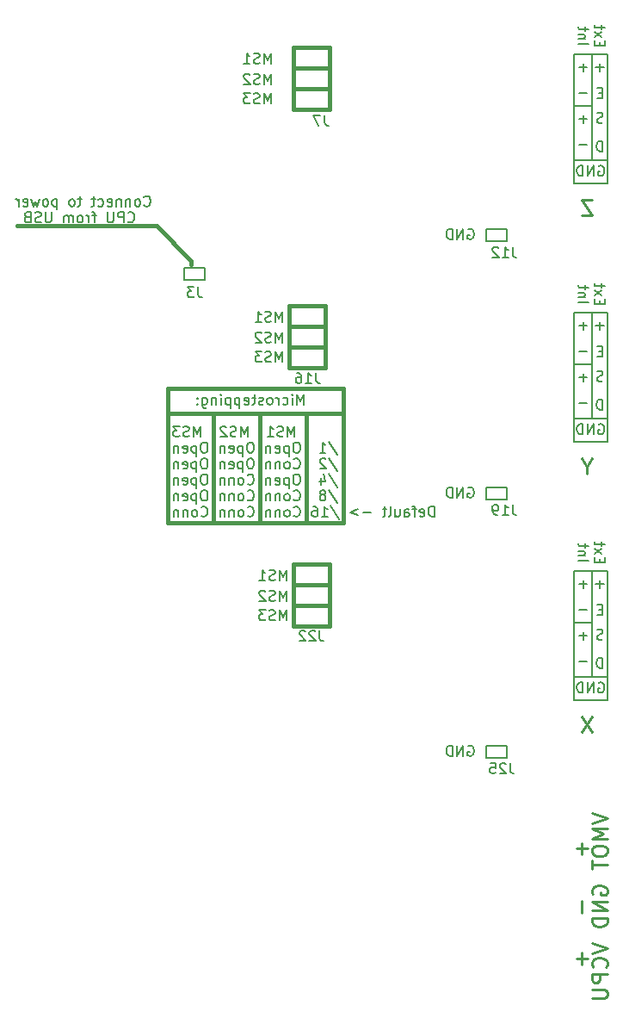
<source format=gbo>
G04 (created by PCBNEW-RS274X (2012-01-19 BZR 3256)-stable) date Sun 31 Aug 2014 14:00:24 CEST*
G01*
G70*
G90*
%MOIN*%
G04 Gerber Fmt 3.4, Leading zero omitted, Abs format*
%FSLAX34Y34*%
G04 APERTURE LIST*
%ADD10C,0.006000*%
%ADD11C,0.010000*%
%ADD12C,0.015000*%
G04 APERTURE END LIST*
G54D10*
G54D11*
X56199Y-26643D02*
X55799Y-26643D01*
X56199Y-27243D01*
X55799Y-27243D01*
G54D10*
X56800Y-21000D02*
X56800Y-26000D01*
X56454Y-25331D02*
X56492Y-25312D01*
X56549Y-25312D01*
X56607Y-25331D01*
X56645Y-25369D01*
X56664Y-25407D01*
X56683Y-25483D01*
X56683Y-25540D01*
X56664Y-25617D01*
X56645Y-25655D01*
X56607Y-25693D01*
X56549Y-25712D01*
X56511Y-25712D01*
X56454Y-25693D01*
X56435Y-25674D01*
X56435Y-25540D01*
X56511Y-25540D01*
X56264Y-25712D02*
X56264Y-25312D01*
X56035Y-25712D01*
X56035Y-25312D01*
X55845Y-25712D02*
X55845Y-25312D01*
X55750Y-25312D01*
X55692Y-25331D01*
X55654Y-25369D01*
X55635Y-25407D01*
X55616Y-25483D01*
X55616Y-25540D01*
X55635Y-25617D01*
X55654Y-25655D01*
X55692Y-25693D01*
X55750Y-25712D01*
X55845Y-25712D01*
X56605Y-24762D02*
X56605Y-24362D01*
X56510Y-24362D01*
X56452Y-24381D01*
X56414Y-24419D01*
X56395Y-24457D01*
X56376Y-24533D01*
X56376Y-24590D01*
X56395Y-24667D01*
X56414Y-24705D01*
X56452Y-24743D01*
X56510Y-24762D01*
X56605Y-24762D01*
X56614Y-23643D02*
X56557Y-23662D01*
X56461Y-23662D01*
X56423Y-23643D01*
X56404Y-23624D01*
X56385Y-23586D01*
X56385Y-23548D01*
X56404Y-23510D01*
X56423Y-23490D01*
X56461Y-23471D01*
X56538Y-23452D01*
X56576Y-23433D01*
X56595Y-23414D01*
X56614Y-23376D01*
X56614Y-23338D01*
X56595Y-23300D01*
X56576Y-23281D01*
X56538Y-23262D01*
X56442Y-23262D01*
X56385Y-23281D01*
X56200Y-22100D02*
X56200Y-25100D01*
X55500Y-22100D02*
X55500Y-25100D01*
X55698Y-21510D02*
X56003Y-21510D01*
X55851Y-21662D02*
X55851Y-21357D01*
X56200Y-22100D02*
X56200Y-21000D01*
X56200Y-21000D02*
X56800Y-21000D01*
X55500Y-21000D02*
X55500Y-22100D01*
X56586Y-22502D02*
X56452Y-22502D01*
X56395Y-22712D02*
X56586Y-22712D01*
X56586Y-22312D01*
X56395Y-22312D01*
X56348Y-21510D02*
X56653Y-21510D01*
X56501Y-21662D02*
X56501Y-21357D01*
X56498Y-20662D02*
X56498Y-20528D01*
X56288Y-20471D02*
X56288Y-20662D01*
X56688Y-20662D01*
X56688Y-20471D01*
X56288Y-20338D02*
X56555Y-20128D01*
X56555Y-20338D02*
X56288Y-20128D01*
X56555Y-20033D02*
X56555Y-19881D01*
X56688Y-19976D02*
X56345Y-19976D01*
X56307Y-19957D01*
X56288Y-19919D01*
X56288Y-19881D01*
X55668Y-20595D02*
X56068Y-20595D01*
X55935Y-20405D02*
X55668Y-20405D01*
X55897Y-20405D02*
X55916Y-20386D01*
X55935Y-20348D01*
X55935Y-20290D01*
X55916Y-20252D01*
X55878Y-20233D01*
X55668Y-20233D01*
X55935Y-20100D02*
X55935Y-19948D01*
X56068Y-20043D02*
X55725Y-20043D01*
X55687Y-20024D01*
X55668Y-19986D01*
X55668Y-19948D01*
X55500Y-21000D02*
X56200Y-21000D01*
X55500Y-25100D02*
X55500Y-26000D01*
X55500Y-26000D02*
X56800Y-26000D01*
X56800Y-25100D02*
X55500Y-25100D01*
X55698Y-22510D02*
X56003Y-22510D01*
X56200Y-23000D02*
X55500Y-23000D01*
X55698Y-24510D02*
X56003Y-24510D01*
X55698Y-23510D02*
X56003Y-23510D01*
X55851Y-23662D02*
X55851Y-23357D01*
X55698Y-43510D02*
X56003Y-43510D01*
X55851Y-43662D02*
X55851Y-43357D01*
X55698Y-44510D02*
X56003Y-44510D01*
X56200Y-43000D02*
X55500Y-43000D01*
X55698Y-42510D02*
X56003Y-42510D01*
X56800Y-45100D02*
X55500Y-45100D01*
X55500Y-46000D02*
X56800Y-46000D01*
X55500Y-45100D02*
X55500Y-46000D01*
X55500Y-41000D02*
X56200Y-41000D01*
X56498Y-40662D02*
X56498Y-40528D01*
X56288Y-40471D02*
X56288Y-40662D01*
X56688Y-40662D01*
X56688Y-40471D01*
X56288Y-40338D02*
X56555Y-40128D01*
X56555Y-40338D02*
X56288Y-40128D01*
X56555Y-40033D02*
X56555Y-39881D01*
X56688Y-39976D02*
X56345Y-39976D01*
X56307Y-39957D01*
X56288Y-39919D01*
X56288Y-39881D01*
X55668Y-40595D02*
X56068Y-40595D01*
X55935Y-40405D02*
X55668Y-40405D01*
X55897Y-40405D02*
X55916Y-40386D01*
X55935Y-40348D01*
X55935Y-40290D01*
X55916Y-40252D01*
X55878Y-40233D01*
X55668Y-40233D01*
X55935Y-40100D02*
X55935Y-39948D01*
X56068Y-40043D02*
X55725Y-40043D01*
X55687Y-40024D01*
X55668Y-39986D01*
X55668Y-39948D01*
X56348Y-41510D02*
X56653Y-41510D01*
X56501Y-41662D02*
X56501Y-41357D01*
X56586Y-42502D02*
X56452Y-42502D01*
X56395Y-42712D02*
X56586Y-42712D01*
X56586Y-42312D01*
X56395Y-42312D01*
X55500Y-41000D02*
X55500Y-42100D01*
X56200Y-41000D02*
X56800Y-41000D01*
X56200Y-42100D02*
X56200Y-41000D01*
X55698Y-41510D02*
X56003Y-41510D01*
X55851Y-41662D02*
X55851Y-41357D01*
X55500Y-42100D02*
X55500Y-45100D01*
X56200Y-42100D02*
X56200Y-45100D01*
X56614Y-43643D02*
X56557Y-43662D01*
X56461Y-43662D01*
X56423Y-43643D01*
X56404Y-43624D01*
X56385Y-43586D01*
X56385Y-43548D01*
X56404Y-43510D01*
X56423Y-43490D01*
X56461Y-43471D01*
X56538Y-43452D01*
X56576Y-43433D01*
X56595Y-43414D01*
X56614Y-43376D01*
X56614Y-43338D01*
X56595Y-43300D01*
X56576Y-43281D01*
X56538Y-43262D01*
X56442Y-43262D01*
X56385Y-43281D01*
X56605Y-44762D02*
X56605Y-44362D01*
X56510Y-44362D01*
X56452Y-44381D01*
X56414Y-44419D01*
X56395Y-44457D01*
X56376Y-44533D01*
X56376Y-44590D01*
X56395Y-44667D01*
X56414Y-44705D01*
X56452Y-44743D01*
X56510Y-44762D01*
X56605Y-44762D01*
X56454Y-45331D02*
X56492Y-45312D01*
X56549Y-45312D01*
X56607Y-45331D01*
X56645Y-45369D01*
X56664Y-45407D01*
X56683Y-45483D01*
X56683Y-45540D01*
X56664Y-45617D01*
X56645Y-45655D01*
X56607Y-45693D01*
X56549Y-45712D01*
X56511Y-45712D01*
X56454Y-45693D01*
X56435Y-45674D01*
X56435Y-45540D01*
X56511Y-45540D01*
X56264Y-45712D02*
X56264Y-45312D01*
X56035Y-45712D01*
X56035Y-45312D01*
X55845Y-45712D02*
X55845Y-45312D01*
X55750Y-45312D01*
X55692Y-45331D01*
X55654Y-45369D01*
X55635Y-45407D01*
X55616Y-45483D01*
X55616Y-45540D01*
X55635Y-45617D01*
X55654Y-45655D01*
X55692Y-45693D01*
X55750Y-45712D01*
X55845Y-45712D01*
X56800Y-41000D02*
X56800Y-46000D01*
G54D11*
X56199Y-46643D02*
X55799Y-47243D01*
X55799Y-46643D02*
X56199Y-47243D01*
X56000Y-36957D02*
X56000Y-37243D01*
X56200Y-36643D02*
X56000Y-36957D01*
X55800Y-36643D01*
G54D10*
X56800Y-31000D02*
X56800Y-36000D01*
X56454Y-35331D02*
X56492Y-35312D01*
X56549Y-35312D01*
X56607Y-35331D01*
X56645Y-35369D01*
X56664Y-35407D01*
X56683Y-35483D01*
X56683Y-35540D01*
X56664Y-35617D01*
X56645Y-35655D01*
X56607Y-35693D01*
X56549Y-35712D01*
X56511Y-35712D01*
X56454Y-35693D01*
X56435Y-35674D01*
X56435Y-35540D01*
X56511Y-35540D01*
X56264Y-35712D02*
X56264Y-35312D01*
X56035Y-35712D01*
X56035Y-35312D01*
X55845Y-35712D02*
X55845Y-35312D01*
X55750Y-35312D01*
X55692Y-35331D01*
X55654Y-35369D01*
X55635Y-35407D01*
X55616Y-35483D01*
X55616Y-35540D01*
X55635Y-35617D01*
X55654Y-35655D01*
X55692Y-35693D01*
X55750Y-35712D01*
X55845Y-35712D01*
X56605Y-34762D02*
X56605Y-34362D01*
X56510Y-34362D01*
X56452Y-34381D01*
X56414Y-34419D01*
X56395Y-34457D01*
X56376Y-34533D01*
X56376Y-34590D01*
X56395Y-34667D01*
X56414Y-34705D01*
X56452Y-34743D01*
X56510Y-34762D01*
X56605Y-34762D01*
X56614Y-33643D02*
X56557Y-33662D01*
X56461Y-33662D01*
X56423Y-33643D01*
X56404Y-33624D01*
X56385Y-33586D01*
X56385Y-33548D01*
X56404Y-33510D01*
X56423Y-33490D01*
X56461Y-33471D01*
X56538Y-33452D01*
X56576Y-33433D01*
X56595Y-33414D01*
X56614Y-33376D01*
X56614Y-33338D01*
X56595Y-33300D01*
X56576Y-33281D01*
X56538Y-33262D01*
X56442Y-33262D01*
X56385Y-33281D01*
X56200Y-32100D02*
X56200Y-35100D01*
X55500Y-32100D02*
X55500Y-35100D01*
X55698Y-31510D02*
X56003Y-31510D01*
X55851Y-31662D02*
X55851Y-31357D01*
X56200Y-32100D02*
X56200Y-31000D01*
X56200Y-31000D02*
X56800Y-31000D01*
X55500Y-31000D02*
X55500Y-32100D01*
X56586Y-32502D02*
X56452Y-32502D01*
X56395Y-32712D02*
X56586Y-32712D01*
X56586Y-32312D01*
X56395Y-32312D01*
X56348Y-31510D02*
X56653Y-31510D01*
X56501Y-31662D02*
X56501Y-31357D01*
X56498Y-30662D02*
X56498Y-30528D01*
X56288Y-30471D02*
X56288Y-30662D01*
X56688Y-30662D01*
X56688Y-30471D01*
X56288Y-30338D02*
X56555Y-30128D01*
X56555Y-30338D02*
X56288Y-30128D01*
X56555Y-30033D02*
X56555Y-29881D01*
X56688Y-29976D02*
X56345Y-29976D01*
X56307Y-29957D01*
X56288Y-29919D01*
X56288Y-29881D01*
X55668Y-30595D02*
X56068Y-30595D01*
X55935Y-30405D02*
X55668Y-30405D01*
X55897Y-30405D02*
X55916Y-30386D01*
X55935Y-30348D01*
X55935Y-30290D01*
X55916Y-30252D01*
X55878Y-30233D01*
X55668Y-30233D01*
X55935Y-30100D02*
X55935Y-29948D01*
X56068Y-30043D02*
X55725Y-30043D01*
X55687Y-30024D01*
X55668Y-29986D01*
X55668Y-29948D01*
X55500Y-31000D02*
X56200Y-31000D01*
X55500Y-35100D02*
X55500Y-36000D01*
X55500Y-36000D02*
X56800Y-36000D01*
X56800Y-35100D02*
X55500Y-35100D01*
X55698Y-32510D02*
X56003Y-32510D01*
X56200Y-33000D02*
X55500Y-33000D01*
X55698Y-34510D02*
X56003Y-34510D01*
X55698Y-33510D02*
X56003Y-33510D01*
X55851Y-33662D02*
X55851Y-33357D01*
G54D11*
X55814Y-56228D02*
X55814Y-55771D01*
X56043Y-56000D02*
X55586Y-56000D01*
X55814Y-54228D02*
X55814Y-53771D01*
X56193Y-50371D02*
X56793Y-50571D01*
X56193Y-50771D01*
X56793Y-50971D02*
X56193Y-50971D01*
X56621Y-51171D01*
X56193Y-51371D01*
X56793Y-51371D01*
X56193Y-51771D02*
X56193Y-51885D01*
X56221Y-51943D01*
X56279Y-52000D01*
X56393Y-52028D01*
X56593Y-52028D01*
X56707Y-52000D01*
X56764Y-51943D01*
X56793Y-51885D01*
X56793Y-51771D01*
X56764Y-51714D01*
X56707Y-51657D01*
X56593Y-51628D01*
X56393Y-51628D01*
X56279Y-51657D01*
X56221Y-51714D01*
X56193Y-51771D01*
X56193Y-52200D02*
X56193Y-52543D01*
X56793Y-52372D02*
X56193Y-52372D01*
X56221Y-53514D02*
X56193Y-53457D01*
X56193Y-53371D01*
X56221Y-53286D01*
X56279Y-53228D01*
X56336Y-53200D01*
X56450Y-53171D01*
X56536Y-53171D01*
X56650Y-53200D01*
X56707Y-53228D01*
X56764Y-53286D01*
X56793Y-53371D01*
X56793Y-53428D01*
X56764Y-53514D01*
X56736Y-53543D01*
X56536Y-53543D01*
X56536Y-53428D01*
X56793Y-53800D02*
X56193Y-53800D01*
X56793Y-54143D01*
X56193Y-54143D01*
X56793Y-54429D02*
X56193Y-54429D01*
X56193Y-54572D01*
X56221Y-54657D01*
X56279Y-54715D01*
X56336Y-54743D01*
X56450Y-54772D01*
X56536Y-54772D01*
X56650Y-54743D01*
X56707Y-54715D01*
X56764Y-54657D01*
X56793Y-54572D01*
X56793Y-54429D01*
X56193Y-55400D02*
X56793Y-55600D01*
X56193Y-55800D01*
X56736Y-56343D02*
X56764Y-56314D01*
X56793Y-56228D01*
X56793Y-56171D01*
X56764Y-56086D01*
X56707Y-56028D01*
X56650Y-56000D01*
X56536Y-55971D01*
X56450Y-55971D01*
X56336Y-56000D01*
X56279Y-56028D01*
X56221Y-56086D01*
X56193Y-56171D01*
X56193Y-56228D01*
X56221Y-56314D01*
X56250Y-56343D01*
X56793Y-56600D02*
X56193Y-56600D01*
X56193Y-56828D01*
X56221Y-56886D01*
X56250Y-56914D01*
X56307Y-56943D01*
X56393Y-56943D01*
X56450Y-56914D01*
X56479Y-56886D01*
X56507Y-56828D01*
X56507Y-56600D01*
X56193Y-57200D02*
X56679Y-57200D01*
X56736Y-57228D01*
X56764Y-57257D01*
X56793Y-57314D01*
X56793Y-57428D01*
X56764Y-57486D01*
X56736Y-57514D01*
X56679Y-57543D01*
X56193Y-57543D01*
X55814Y-51978D02*
X55814Y-51521D01*
X56043Y-51750D02*
X55586Y-51750D01*
G54D10*
X50085Y-38887D02*
X50085Y-38487D01*
X49990Y-38487D01*
X49932Y-38506D01*
X49894Y-38544D01*
X49875Y-38582D01*
X49856Y-38658D01*
X49856Y-38715D01*
X49875Y-38792D01*
X49894Y-38830D01*
X49932Y-38868D01*
X49990Y-38887D01*
X50085Y-38887D01*
X49532Y-38868D02*
X49570Y-38887D01*
X49647Y-38887D01*
X49685Y-38868D01*
X49704Y-38830D01*
X49704Y-38677D01*
X49685Y-38639D01*
X49647Y-38620D01*
X49570Y-38620D01*
X49532Y-38639D01*
X49513Y-38677D01*
X49513Y-38715D01*
X49704Y-38754D01*
X49399Y-38620D02*
X49247Y-38620D01*
X49342Y-38887D02*
X49342Y-38544D01*
X49323Y-38506D01*
X49285Y-38487D01*
X49247Y-38487D01*
X48941Y-38887D02*
X48941Y-38677D01*
X48960Y-38639D01*
X48998Y-38620D01*
X49075Y-38620D01*
X49113Y-38639D01*
X48941Y-38868D02*
X48979Y-38887D01*
X49075Y-38887D01*
X49113Y-38868D01*
X49132Y-38830D01*
X49132Y-38792D01*
X49113Y-38754D01*
X49075Y-38735D01*
X48979Y-38735D01*
X48941Y-38715D01*
X48579Y-38620D02*
X48579Y-38887D01*
X48751Y-38620D02*
X48751Y-38830D01*
X48732Y-38868D01*
X48694Y-38887D01*
X48636Y-38887D01*
X48598Y-38868D01*
X48579Y-38849D01*
X48332Y-38887D02*
X48370Y-38868D01*
X48389Y-38830D01*
X48389Y-38487D01*
X48236Y-38620D02*
X48084Y-38620D01*
X48179Y-38487D02*
X48179Y-38830D01*
X48160Y-38868D01*
X48122Y-38887D01*
X48084Y-38887D01*
X47645Y-38735D02*
X47340Y-38735D01*
X47150Y-38620D02*
X46845Y-38735D01*
X47150Y-38849D01*
X51395Y-27781D02*
X51433Y-27762D01*
X51490Y-27762D01*
X51548Y-27781D01*
X51586Y-27819D01*
X51605Y-27857D01*
X51624Y-27933D01*
X51624Y-27990D01*
X51605Y-28067D01*
X51586Y-28105D01*
X51548Y-28143D01*
X51490Y-28162D01*
X51452Y-28162D01*
X51395Y-28143D01*
X51376Y-28124D01*
X51376Y-27990D01*
X51452Y-27990D01*
X51205Y-28162D02*
X51205Y-27762D01*
X50976Y-28162D01*
X50976Y-27762D01*
X50786Y-28162D02*
X50786Y-27762D01*
X50691Y-27762D01*
X50633Y-27781D01*
X50595Y-27819D01*
X50576Y-27857D01*
X50557Y-27933D01*
X50557Y-27990D01*
X50576Y-28067D01*
X50595Y-28105D01*
X50633Y-28143D01*
X50691Y-28162D01*
X50786Y-28162D01*
X51395Y-47781D02*
X51433Y-47762D01*
X51490Y-47762D01*
X51548Y-47781D01*
X51586Y-47819D01*
X51605Y-47857D01*
X51624Y-47933D01*
X51624Y-47990D01*
X51605Y-48067D01*
X51586Y-48105D01*
X51548Y-48143D01*
X51490Y-48162D01*
X51452Y-48162D01*
X51395Y-48143D01*
X51376Y-48124D01*
X51376Y-47990D01*
X51452Y-47990D01*
X51205Y-48162D02*
X51205Y-47762D01*
X50976Y-48162D01*
X50976Y-47762D01*
X50786Y-48162D02*
X50786Y-47762D01*
X50691Y-47762D01*
X50633Y-47781D01*
X50595Y-47819D01*
X50576Y-47857D01*
X50557Y-47933D01*
X50557Y-47990D01*
X50576Y-48067D01*
X50595Y-48105D01*
X50633Y-48143D01*
X50691Y-48162D01*
X50786Y-48162D01*
X51395Y-37781D02*
X51433Y-37762D01*
X51490Y-37762D01*
X51548Y-37781D01*
X51586Y-37819D01*
X51605Y-37857D01*
X51624Y-37933D01*
X51624Y-37990D01*
X51605Y-38067D01*
X51586Y-38105D01*
X51548Y-38143D01*
X51490Y-38162D01*
X51452Y-38162D01*
X51395Y-38143D01*
X51376Y-38124D01*
X51376Y-37990D01*
X51452Y-37990D01*
X51205Y-38162D02*
X51205Y-37762D01*
X50976Y-38162D01*
X50976Y-37762D01*
X50786Y-38162D02*
X50786Y-37762D01*
X50691Y-37762D01*
X50633Y-37781D01*
X50595Y-37819D01*
X50576Y-37857D01*
X50557Y-37933D01*
X50557Y-37990D01*
X50576Y-38067D01*
X50595Y-38105D01*
X50633Y-38143D01*
X50691Y-38162D01*
X50786Y-38162D01*
G54D12*
X40675Y-29000D02*
X40675Y-29125D01*
X39325Y-27650D02*
X40675Y-29000D01*
X33950Y-27650D02*
X39325Y-27650D01*
G54D10*
X38846Y-26849D02*
X38865Y-26868D01*
X38922Y-26887D01*
X38960Y-26887D01*
X39018Y-26868D01*
X39056Y-26830D01*
X39075Y-26792D01*
X39094Y-26715D01*
X39094Y-26658D01*
X39075Y-26582D01*
X39056Y-26544D01*
X39018Y-26506D01*
X38960Y-26487D01*
X38922Y-26487D01*
X38865Y-26506D01*
X38846Y-26525D01*
X38618Y-26887D02*
X38656Y-26868D01*
X38675Y-26849D01*
X38694Y-26811D01*
X38694Y-26696D01*
X38675Y-26658D01*
X38656Y-26639D01*
X38618Y-26620D01*
X38560Y-26620D01*
X38522Y-26639D01*
X38503Y-26658D01*
X38484Y-26696D01*
X38484Y-26811D01*
X38503Y-26849D01*
X38522Y-26868D01*
X38560Y-26887D01*
X38618Y-26887D01*
X38313Y-26620D02*
X38313Y-26887D01*
X38313Y-26658D02*
X38294Y-26639D01*
X38256Y-26620D01*
X38198Y-26620D01*
X38160Y-26639D01*
X38141Y-26677D01*
X38141Y-26887D01*
X37951Y-26620D02*
X37951Y-26887D01*
X37951Y-26658D02*
X37932Y-26639D01*
X37894Y-26620D01*
X37836Y-26620D01*
X37798Y-26639D01*
X37779Y-26677D01*
X37779Y-26887D01*
X37436Y-26868D02*
X37474Y-26887D01*
X37551Y-26887D01*
X37589Y-26868D01*
X37608Y-26830D01*
X37608Y-26677D01*
X37589Y-26639D01*
X37551Y-26620D01*
X37474Y-26620D01*
X37436Y-26639D01*
X37417Y-26677D01*
X37417Y-26715D01*
X37608Y-26754D01*
X37074Y-26868D02*
X37112Y-26887D01*
X37189Y-26887D01*
X37227Y-26868D01*
X37246Y-26849D01*
X37265Y-26811D01*
X37265Y-26696D01*
X37246Y-26658D01*
X37227Y-26639D01*
X37189Y-26620D01*
X37112Y-26620D01*
X37074Y-26639D01*
X36960Y-26620D02*
X36808Y-26620D01*
X36903Y-26487D02*
X36903Y-26830D01*
X36884Y-26868D01*
X36846Y-26887D01*
X36808Y-26887D01*
X36426Y-26620D02*
X36274Y-26620D01*
X36369Y-26487D02*
X36369Y-26830D01*
X36350Y-26868D01*
X36312Y-26887D01*
X36274Y-26887D01*
X36083Y-26887D02*
X36121Y-26868D01*
X36140Y-26849D01*
X36159Y-26811D01*
X36159Y-26696D01*
X36140Y-26658D01*
X36121Y-26639D01*
X36083Y-26620D01*
X36025Y-26620D01*
X35987Y-26639D01*
X35968Y-26658D01*
X35949Y-26696D01*
X35949Y-26811D01*
X35968Y-26849D01*
X35987Y-26868D01*
X36025Y-26887D01*
X36083Y-26887D01*
X35473Y-26620D02*
X35473Y-27020D01*
X35473Y-26639D02*
X35435Y-26620D01*
X35358Y-26620D01*
X35320Y-26639D01*
X35301Y-26658D01*
X35282Y-26696D01*
X35282Y-26811D01*
X35301Y-26849D01*
X35320Y-26868D01*
X35358Y-26887D01*
X35435Y-26887D01*
X35473Y-26868D01*
X35054Y-26887D02*
X35092Y-26868D01*
X35111Y-26849D01*
X35130Y-26811D01*
X35130Y-26696D01*
X35111Y-26658D01*
X35092Y-26639D01*
X35054Y-26620D01*
X34996Y-26620D01*
X34958Y-26639D01*
X34939Y-26658D01*
X34920Y-26696D01*
X34920Y-26811D01*
X34939Y-26849D01*
X34958Y-26868D01*
X34996Y-26887D01*
X35054Y-26887D01*
X34787Y-26620D02*
X34711Y-26887D01*
X34634Y-26696D01*
X34558Y-26887D01*
X34482Y-26620D01*
X34177Y-26868D02*
X34215Y-26887D01*
X34292Y-26887D01*
X34330Y-26868D01*
X34349Y-26830D01*
X34349Y-26677D01*
X34330Y-26639D01*
X34292Y-26620D01*
X34215Y-26620D01*
X34177Y-26639D01*
X34158Y-26677D01*
X34158Y-26715D01*
X34349Y-26754D01*
X33987Y-26887D02*
X33987Y-26620D01*
X33987Y-26696D02*
X33968Y-26658D01*
X33949Y-26639D01*
X33911Y-26620D01*
X33872Y-26620D01*
X38226Y-27469D02*
X38245Y-27488D01*
X38302Y-27507D01*
X38340Y-27507D01*
X38398Y-27488D01*
X38436Y-27450D01*
X38455Y-27412D01*
X38474Y-27335D01*
X38474Y-27278D01*
X38455Y-27202D01*
X38436Y-27164D01*
X38398Y-27126D01*
X38340Y-27107D01*
X38302Y-27107D01*
X38245Y-27126D01*
X38226Y-27145D01*
X38055Y-27507D02*
X38055Y-27107D01*
X37902Y-27107D01*
X37864Y-27126D01*
X37845Y-27145D01*
X37826Y-27183D01*
X37826Y-27240D01*
X37845Y-27278D01*
X37864Y-27297D01*
X37902Y-27316D01*
X38055Y-27316D01*
X37655Y-27107D02*
X37655Y-27431D01*
X37636Y-27469D01*
X37617Y-27488D01*
X37579Y-27507D01*
X37502Y-27507D01*
X37464Y-27488D01*
X37445Y-27469D01*
X37426Y-27431D01*
X37426Y-27107D01*
X36988Y-27240D02*
X36836Y-27240D01*
X36931Y-27507D02*
X36931Y-27164D01*
X36912Y-27126D01*
X36874Y-27107D01*
X36836Y-27107D01*
X36702Y-27507D02*
X36702Y-27240D01*
X36702Y-27316D02*
X36683Y-27278D01*
X36664Y-27259D01*
X36626Y-27240D01*
X36587Y-27240D01*
X36397Y-27507D02*
X36435Y-27488D01*
X36454Y-27469D01*
X36473Y-27431D01*
X36473Y-27316D01*
X36454Y-27278D01*
X36435Y-27259D01*
X36397Y-27240D01*
X36339Y-27240D01*
X36301Y-27259D01*
X36282Y-27278D01*
X36263Y-27316D01*
X36263Y-27431D01*
X36282Y-27469D01*
X36301Y-27488D01*
X36339Y-27507D01*
X36397Y-27507D01*
X36092Y-27507D02*
X36092Y-27240D01*
X36092Y-27278D02*
X36073Y-27259D01*
X36035Y-27240D01*
X35977Y-27240D01*
X35939Y-27259D01*
X35920Y-27297D01*
X35920Y-27507D01*
X35920Y-27297D02*
X35901Y-27259D01*
X35863Y-27240D01*
X35806Y-27240D01*
X35768Y-27259D01*
X35749Y-27297D01*
X35749Y-27507D01*
X35254Y-27107D02*
X35254Y-27431D01*
X35235Y-27469D01*
X35216Y-27488D01*
X35178Y-27507D01*
X35101Y-27507D01*
X35063Y-27488D01*
X35044Y-27469D01*
X35025Y-27431D01*
X35025Y-27107D01*
X34854Y-27488D02*
X34797Y-27507D01*
X34701Y-27507D01*
X34663Y-27488D01*
X34644Y-27469D01*
X34625Y-27431D01*
X34625Y-27393D01*
X34644Y-27355D01*
X34663Y-27335D01*
X34701Y-27316D01*
X34778Y-27297D01*
X34816Y-27278D01*
X34835Y-27259D01*
X34854Y-27221D01*
X34854Y-27183D01*
X34835Y-27145D01*
X34816Y-27126D01*
X34778Y-27107D01*
X34682Y-27107D01*
X34625Y-27126D01*
X34320Y-27297D02*
X34263Y-27316D01*
X34244Y-27335D01*
X34225Y-27374D01*
X34225Y-27431D01*
X34244Y-27469D01*
X34263Y-27488D01*
X34301Y-27507D01*
X34454Y-27507D01*
X34454Y-27107D01*
X34320Y-27107D01*
X34282Y-27126D01*
X34263Y-27145D01*
X34244Y-27183D01*
X34244Y-27221D01*
X34263Y-27259D01*
X34282Y-27278D01*
X34320Y-27297D01*
X34454Y-27297D01*
X44355Y-41362D02*
X44355Y-40962D01*
X44221Y-41248D01*
X44088Y-40962D01*
X44088Y-41362D01*
X43917Y-41343D02*
X43860Y-41362D01*
X43764Y-41362D01*
X43726Y-41343D01*
X43707Y-41324D01*
X43688Y-41286D01*
X43688Y-41248D01*
X43707Y-41210D01*
X43726Y-41190D01*
X43764Y-41171D01*
X43841Y-41152D01*
X43879Y-41133D01*
X43898Y-41114D01*
X43917Y-41076D01*
X43917Y-41038D01*
X43898Y-41000D01*
X43879Y-40981D01*
X43841Y-40962D01*
X43745Y-40962D01*
X43688Y-40981D01*
X43307Y-41362D02*
X43536Y-41362D01*
X43422Y-41362D02*
X43422Y-40962D01*
X43460Y-41019D01*
X43498Y-41057D01*
X43536Y-41076D01*
X44355Y-42162D02*
X44355Y-41762D01*
X44221Y-42048D01*
X44088Y-41762D01*
X44088Y-42162D01*
X43917Y-42143D02*
X43860Y-42162D01*
X43764Y-42162D01*
X43726Y-42143D01*
X43707Y-42124D01*
X43688Y-42086D01*
X43688Y-42048D01*
X43707Y-42010D01*
X43726Y-41990D01*
X43764Y-41971D01*
X43841Y-41952D01*
X43879Y-41933D01*
X43898Y-41914D01*
X43917Y-41876D01*
X43917Y-41838D01*
X43898Y-41800D01*
X43879Y-41781D01*
X43841Y-41762D01*
X43745Y-41762D01*
X43688Y-41781D01*
X43536Y-41800D02*
X43517Y-41781D01*
X43479Y-41762D01*
X43383Y-41762D01*
X43345Y-41781D01*
X43326Y-41800D01*
X43307Y-41838D01*
X43307Y-41876D01*
X43326Y-41933D01*
X43555Y-42162D01*
X43307Y-42162D01*
X44355Y-42912D02*
X44355Y-42512D01*
X44221Y-42798D01*
X44088Y-42512D01*
X44088Y-42912D01*
X43917Y-42893D02*
X43860Y-42912D01*
X43764Y-42912D01*
X43726Y-42893D01*
X43707Y-42874D01*
X43688Y-42836D01*
X43688Y-42798D01*
X43707Y-42760D01*
X43726Y-42740D01*
X43764Y-42721D01*
X43841Y-42702D01*
X43879Y-42683D01*
X43898Y-42664D01*
X43917Y-42626D01*
X43917Y-42588D01*
X43898Y-42550D01*
X43879Y-42531D01*
X43841Y-42512D01*
X43745Y-42512D01*
X43688Y-42531D01*
X43555Y-42512D02*
X43307Y-42512D01*
X43441Y-42664D01*
X43383Y-42664D01*
X43345Y-42683D01*
X43326Y-42702D01*
X43307Y-42740D01*
X43307Y-42836D01*
X43326Y-42874D01*
X43345Y-42893D01*
X43383Y-42912D01*
X43498Y-42912D01*
X43536Y-42893D01*
X43555Y-42874D01*
X43755Y-21362D02*
X43755Y-20962D01*
X43621Y-21248D01*
X43488Y-20962D01*
X43488Y-21362D01*
X43317Y-21343D02*
X43260Y-21362D01*
X43164Y-21362D01*
X43126Y-21343D01*
X43107Y-21324D01*
X43088Y-21286D01*
X43088Y-21248D01*
X43107Y-21210D01*
X43126Y-21190D01*
X43164Y-21171D01*
X43241Y-21152D01*
X43279Y-21133D01*
X43298Y-21114D01*
X43317Y-21076D01*
X43317Y-21038D01*
X43298Y-21000D01*
X43279Y-20981D01*
X43241Y-20962D01*
X43145Y-20962D01*
X43088Y-20981D01*
X42707Y-21362D02*
X42936Y-21362D01*
X42822Y-21362D02*
X42822Y-20962D01*
X42860Y-21019D01*
X42898Y-21057D01*
X42936Y-21076D01*
X43755Y-22162D02*
X43755Y-21762D01*
X43621Y-22048D01*
X43488Y-21762D01*
X43488Y-22162D01*
X43317Y-22143D02*
X43260Y-22162D01*
X43164Y-22162D01*
X43126Y-22143D01*
X43107Y-22124D01*
X43088Y-22086D01*
X43088Y-22048D01*
X43107Y-22010D01*
X43126Y-21990D01*
X43164Y-21971D01*
X43241Y-21952D01*
X43279Y-21933D01*
X43298Y-21914D01*
X43317Y-21876D01*
X43317Y-21838D01*
X43298Y-21800D01*
X43279Y-21781D01*
X43241Y-21762D01*
X43145Y-21762D01*
X43088Y-21781D01*
X42936Y-21800D02*
X42917Y-21781D01*
X42879Y-21762D01*
X42783Y-21762D01*
X42745Y-21781D01*
X42726Y-21800D01*
X42707Y-21838D01*
X42707Y-21876D01*
X42726Y-21933D01*
X42955Y-22162D01*
X42707Y-22162D01*
X43755Y-22912D02*
X43755Y-22512D01*
X43621Y-22798D01*
X43488Y-22512D01*
X43488Y-22912D01*
X43317Y-22893D02*
X43260Y-22912D01*
X43164Y-22912D01*
X43126Y-22893D01*
X43107Y-22874D01*
X43088Y-22836D01*
X43088Y-22798D01*
X43107Y-22760D01*
X43126Y-22740D01*
X43164Y-22721D01*
X43241Y-22702D01*
X43279Y-22683D01*
X43298Y-22664D01*
X43317Y-22626D01*
X43317Y-22588D01*
X43298Y-22550D01*
X43279Y-22531D01*
X43241Y-22512D01*
X43145Y-22512D01*
X43088Y-22531D01*
X42955Y-22512D02*
X42707Y-22512D01*
X42841Y-22664D01*
X42783Y-22664D01*
X42745Y-22683D01*
X42726Y-22702D01*
X42707Y-22740D01*
X42707Y-22836D01*
X42726Y-22874D01*
X42745Y-22893D01*
X42783Y-22912D01*
X42898Y-22912D01*
X42936Y-22893D01*
X42955Y-22874D01*
X44205Y-32912D02*
X44205Y-32512D01*
X44071Y-32798D01*
X43938Y-32512D01*
X43938Y-32912D01*
X43767Y-32893D02*
X43710Y-32912D01*
X43614Y-32912D01*
X43576Y-32893D01*
X43557Y-32874D01*
X43538Y-32836D01*
X43538Y-32798D01*
X43557Y-32760D01*
X43576Y-32740D01*
X43614Y-32721D01*
X43691Y-32702D01*
X43729Y-32683D01*
X43748Y-32664D01*
X43767Y-32626D01*
X43767Y-32588D01*
X43748Y-32550D01*
X43729Y-32531D01*
X43691Y-32512D01*
X43595Y-32512D01*
X43538Y-32531D01*
X43405Y-32512D02*
X43157Y-32512D01*
X43291Y-32664D01*
X43233Y-32664D01*
X43195Y-32683D01*
X43176Y-32702D01*
X43157Y-32740D01*
X43157Y-32836D01*
X43176Y-32874D01*
X43195Y-32893D01*
X43233Y-32912D01*
X43348Y-32912D01*
X43386Y-32893D01*
X43405Y-32874D01*
X44205Y-32162D02*
X44205Y-31762D01*
X44071Y-32048D01*
X43938Y-31762D01*
X43938Y-32162D01*
X43767Y-32143D02*
X43710Y-32162D01*
X43614Y-32162D01*
X43576Y-32143D01*
X43557Y-32124D01*
X43538Y-32086D01*
X43538Y-32048D01*
X43557Y-32010D01*
X43576Y-31990D01*
X43614Y-31971D01*
X43691Y-31952D01*
X43729Y-31933D01*
X43748Y-31914D01*
X43767Y-31876D01*
X43767Y-31838D01*
X43748Y-31800D01*
X43729Y-31781D01*
X43691Y-31762D01*
X43595Y-31762D01*
X43538Y-31781D01*
X43386Y-31800D02*
X43367Y-31781D01*
X43329Y-31762D01*
X43233Y-31762D01*
X43195Y-31781D01*
X43176Y-31800D01*
X43157Y-31838D01*
X43157Y-31876D01*
X43176Y-31933D01*
X43405Y-32162D01*
X43157Y-32162D01*
X44205Y-31362D02*
X44205Y-30962D01*
X44071Y-31248D01*
X43938Y-30962D01*
X43938Y-31362D01*
X43767Y-31343D02*
X43710Y-31362D01*
X43614Y-31362D01*
X43576Y-31343D01*
X43557Y-31324D01*
X43538Y-31286D01*
X43538Y-31248D01*
X43557Y-31210D01*
X43576Y-31190D01*
X43614Y-31171D01*
X43691Y-31152D01*
X43729Y-31133D01*
X43748Y-31114D01*
X43767Y-31076D01*
X43767Y-31038D01*
X43748Y-31000D01*
X43729Y-30981D01*
X43691Y-30962D01*
X43595Y-30962D01*
X43538Y-30981D01*
X43157Y-31362D02*
X43386Y-31362D01*
X43272Y-31362D02*
X43272Y-30962D01*
X43310Y-31019D01*
X43348Y-31057D01*
X43386Y-31076D01*
G54D12*
X41525Y-34900D02*
X41550Y-34900D01*
X41525Y-39125D02*
X41525Y-34900D01*
X43325Y-34900D02*
X43325Y-39150D01*
X45125Y-39125D02*
X45125Y-34900D01*
X46575Y-34900D02*
X39775Y-34900D01*
X46575Y-33950D02*
X46575Y-39150D01*
X39775Y-33950D02*
X46575Y-33950D01*
X39775Y-39150D02*
X39775Y-33950D01*
X46575Y-39150D02*
X39775Y-39150D01*
G54D10*
X45044Y-34562D02*
X45044Y-34162D01*
X44910Y-34448D01*
X44777Y-34162D01*
X44777Y-34562D01*
X44587Y-34562D02*
X44587Y-34295D01*
X44587Y-34162D02*
X44606Y-34181D01*
X44587Y-34200D01*
X44568Y-34181D01*
X44587Y-34162D01*
X44587Y-34200D01*
X44225Y-34543D02*
X44263Y-34562D01*
X44340Y-34562D01*
X44378Y-34543D01*
X44397Y-34524D01*
X44416Y-34486D01*
X44416Y-34371D01*
X44397Y-34333D01*
X44378Y-34314D01*
X44340Y-34295D01*
X44263Y-34295D01*
X44225Y-34314D01*
X44054Y-34562D02*
X44054Y-34295D01*
X44054Y-34371D02*
X44035Y-34333D01*
X44016Y-34314D01*
X43978Y-34295D01*
X43939Y-34295D01*
X43749Y-34562D02*
X43787Y-34543D01*
X43806Y-34524D01*
X43825Y-34486D01*
X43825Y-34371D01*
X43806Y-34333D01*
X43787Y-34314D01*
X43749Y-34295D01*
X43691Y-34295D01*
X43653Y-34314D01*
X43634Y-34333D01*
X43615Y-34371D01*
X43615Y-34486D01*
X43634Y-34524D01*
X43653Y-34543D01*
X43691Y-34562D01*
X43749Y-34562D01*
X43463Y-34543D02*
X43425Y-34562D01*
X43349Y-34562D01*
X43310Y-34543D01*
X43291Y-34505D01*
X43291Y-34486D01*
X43310Y-34448D01*
X43349Y-34429D01*
X43406Y-34429D01*
X43444Y-34410D01*
X43463Y-34371D01*
X43463Y-34352D01*
X43444Y-34314D01*
X43406Y-34295D01*
X43349Y-34295D01*
X43310Y-34314D01*
X43177Y-34295D02*
X43025Y-34295D01*
X43120Y-34162D02*
X43120Y-34505D01*
X43101Y-34543D01*
X43063Y-34562D01*
X43025Y-34562D01*
X42738Y-34543D02*
X42776Y-34562D01*
X42853Y-34562D01*
X42891Y-34543D01*
X42910Y-34505D01*
X42910Y-34352D01*
X42891Y-34314D01*
X42853Y-34295D01*
X42776Y-34295D01*
X42738Y-34314D01*
X42719Y-34352D01*
X42719Y-34390D01*
X42910Y-34429D01*
X42548Y-34295D02*
X42548Y-34695D01*
X42548Y-34314D02*
X42510Y-34295D01*
X42433Y-34295D01*
X42395Y-34314D01*
X42376Y-34333D01*
X42357Y-34371D01*
X42357Y-34486D01*
X42376Y-34524D01*
X42395Y-34543D01*
X42433Y-34562D01*
X42510Y-34562D01*
X42548Y-34543D01*
X42186Y-34295D02*
X42186Y-34695D01*
X42186Y-34314D02*
X42148Y-34295D01*
X42071Y-34295D01*
X42033Y-34314D01*
X42014Y-34333D01*
X41995Y-34371D01*
X41995Y-34486D01*
X42014Y-34524D01*
X42033Y-34543D01*
X42071Y-34562D01*
X42148Y-34562D01*
X42186Y-34543D01*
X41824Y-34562D02*
X41824Y-34295D01*
X41824Y-34162D02*
X41843Y-34181D01*
X41824Y-34200D01*
X41805Y-34181D01*
X41824Y-34162D01*
X41824Y-34200D01*
X41634Y-34295D02*
X41634Y-34562D01*
X41634Y-34333D02*
X41615Y-34314D01*
X41577Y-34295D01*
X41519Y-34295D01*
X41481Y-34314D01*
X41462Y-34352D01*
X41462Y-34562D01*
X41100Y-34295D02*
X41100Y-34619D01*
X41119Y-34657D01*
X41138Y-34676D01*
X41177Y-34695D01*
X41234Y-34695D01*
X41272Y-34676D01*
X41100Y-34543D02*
X41138Y-34562D01*
X41215Y-34562D01*
X41253Y-34543D01*
X41272Y-34524D01*
X41291Y-34486D01*
X41291Y-34371D01*
X41272Y-34333D01*
X41253Y-34314D01*
X41215Y-34295D01*
X41138Y-34295D01*
X41100Y-34314D01*
X40910Y-34524D02*
X40891Y-34543D01*
X40910Y-34562D01*
X40929Y-34543D01*
X40910Y-34524D01*
X40910Y-34562D01*
X40910Y-34314D02*
X40891Y-34333D01*
X40910Y-34352D01*
X40929Y-34333D01*
X40910Y-34314D01*
X40910Y-34352D01*
X44682Y-35802D02*
X44682Y-35402D01*
X44548Y-35688D01*
X44415Y-35402D01*
X44415Y-35802D01*
X44244Y-35783D02*
X44187Y-35802D01*
X44091Y-35802D01*
X44053Y-35783D01*
X44034Y-35764D01*
X44015Y-35726D01*
X44015Y-35688D01*
X44034Y-35650D01*
X44053Y-35630D01*
X44091Y-35611D01*
X44168Y-35592D01*
X44206Y-35573D01*
X44225Y-35554D01*
X44244Y-35516D01*
X44244Y-35478D01*
X44225Y-35440D01*
X44206Y-35421D01*
X44168Y-35402D01*
X44072Y-35402D01*
X44015Y-35421D01*
X43634Y-35802D02*
X43863Y-35802D01*
X43749Y-35802D02*
X43749Y-35402D01*
X43787Y-35459D01*
X43825Y-35497D01*
X43863Y-35516D01*
X42853Y-35802D02*
X42853Y-35402D01*
X42719Y-35688D01*
X42586Y-35402D01*
X42586Y-35802D01*
X42415Y-35783D02*
X42358Y-35802D01*
X42262Y-35802D01*
X42224Y-35783D01*
X42205Y-35764D01*
X42186Y-35726D01*
X42186Y-35688D01*
X42205Y-35650D01*
X42224Y-35630D01*
X42262Y-35611D01*
X42339Y-35592D01*
X42377Y-35573D01*
X42396Y-35554D01*
X42415Y-35516D01*
X42415Y-35478D01*
X42396Y-35440D01*
X42377Y-35421D01*
X42339Y-35402D01*
X42243Y-35402D01*
X42186Y-35421D01*
X42034Y-35440D02*
X42015Y-35421D01*
X41977Y-35402D01*
X41881Y-35402D01*
X41843Y-35421D01*
X41824Y-35440D01*
X41805Y-35478D01*
X41805Y-35516D01*
X41824Y-35573D01*
X42053Y-35802D01*
X41805Y-35802D01*
X41024Y-35802D02*
X41024Y-35402D01*
X40890Y-35688D01*
X40757Y-35402D01*
X40757Y-35802D01*
X40586Y-35783D02*
X40529Y-35802D01*
X40433Y-35802D01*
X40395Y-35783D01*
X40376Y-35764D01*
X40357Y-35726D01*
X40357Y-35688D01*
X40376Y-35650D01*
X40395Y-35630D01*
X40433Y-35611D01*
X40510Y-35592D01*
X40548Y-35573D01*
X40567Y-35554D01*
X40586Y-35516D01*
X40586Y-35478D01*
X40567Y-35440D01*
X40548Y-35421D01*
X40510Y-35402D01*
X40414Y-35402D01*
X40357Y-35421D01*
X40224Y-35402D02*
X39976Y-35402D01*
X40110Y-35554D01*
X40052Y-35554D01*
X40014Y-35573D01*
X39995Y-35592D01*
X39976Y-35630D01*
X39976Y-35726D01*
X39995Y-35764D01*
X40014Y-35783D01*
X40052Y-35802D01*
X40167Y-35802D01*
X40205Y-35783D01*
X40224Y-35764D01*
X45997Y-36003D02*
X46340Y-36517D01*
X45654Y-36422D02*
X45883Y-36422D01*
X45769Y-36422D02*
X45769Y-36022D01*
X45807Y-36079D01*
X45845Y-36117D01*
X45883Y-36136D01*
X44797Y-36022D02*
X44720Y-36022D01*
X44682Y-36041D01*
X44644Y-36079D01*
X44625Y-36155D01*
X44625Y-36289D01*
X44644Y-36365D01*
X44682Y-36403D01*
X44720Y-36422D01*
X44797Y-36422D01*
X44835Y-36403D01*
X44873Y-36365D01*
X44892Y-36289D01*
X44892Y-36155D01*
X44873Y-36079D01*
X44835Y-36041D01*
X44797Y-36022D01*
X44454Y-36155D02*
X44454Y-36555D01*
X44454Y-36174D02*
X44416Y-36155D01*
X44339Y-36155D01*
X44301Y-36174D01*
X44282Y-36193D01*
X44263Y-36231D01*
X44263Y-36346D01*
X44282Y-36384D01*
X44301Y-36403D01*
X44339Y-36422D01*
X44416Y-36422D01*
X44454Y-36403D01*
X43939Y-36403D02*
X43977Y-36422D01*
X44054Y-36422D01*
X44092Y-36403D01*
X44111Y-36365D01*
X44111Y-36212D01*
X44092Y-36174D01*
X44054Y-36155D01*
X43977Y-36155D01*
X43939Y-36174D01*
X43920Y-36212D01*
X43920Y-36250D01*
X44111Y-36289D01*
X43749Y-36155D02*
X43749Y-36422D01*
X43749Y-36193D02*
X43730Y-36174D01*
X43692Y-36155D01*
X43634Y-36155D01*
X43596Y-36174D01*
X43577Y-36212D01*
X43577Y-36422D01*
X43006Y-36022D02*
X42929Y-36022D01*
X42891Y-36041D01*
X42853Y-36079D01*
X42834Y-36155D01*
X42834Y-36289D01*
X42853Y-36365D01*
X42891Y-36403D01*
X42929Y-36422D01*
X43006Y-36422D01*
X43044Y-36403D01*
X43082Y-36365D01*
X43101Y-36289D01*
X43101Y-36155D01*
X43082Y-36079D01*
X43044Y-36041D01*
X43006Y-36022D01*
X42663Y-36155D02*
X42663Y-36555D01*
X42663Y-36174D02*
X42625Y-36155D01*
X42548Y-36155D01*
X42510Y-36174D01*
X42491Y-36193D01*
X42472Y-36231D01*
X42472Y-36346D01*
X42491Y-36384D01*
X42510Y-36403D01*
X42548Y-36422D01*
X42625Y-36422D01*
X42663Y-36403D01*
X42148Y-36403D02*
X42186Y-36422D01*
X42263Y-36422D01*
X42301Y-36403D01*
X42320Y-36365D01*
X42320Y-36212D01*
X42301Y-36174D01*
X42263Y-36155D01*
X42186Y-36155D01*
X42148Y-36174D01*
X42129Y-36212D01*
X42129Y-36250D01*
X42320Y-36289D01*
X41958Y-36155D02*
X41958Y-36422D01*
X41958Y-36193D02*
X41939Y-36174D01*
X41901Y-36155D01*
X41843Y-36155D01*
X41805Y-36174D01*
X41786Y-36212D01*
X41786Y-36422D01*
X41215Y-36022D02*
X41138Y-36022D01*
X41100Y-36041D01*
X41062Y-36079D01*
X41043Y-36155D01*
X41043Y-36289D01*
X41062Y-36365D01*
X41100Y-36403D01*
X41138Y-36422D01*
X41215Y-36422D01*
X41253Y-36403D01*
X41291Y-36365D01*
X41310Y-36289D01*
X41310Y-36155D01*
X41291Y-36079D01*
X41253Y-36041D01*
X41215Y-36022D01*
X40872Y-36155D02*
X40872Y-36555D01*
X40872Y-36174D02*
X40834Y-36155D01*
X40757Y-36155D01*
X40719Y-36174D01*
X40700Y-36193D01*
X40681Y-36231D01*
X40681Y-36346D01*
X40700Y-36384D01*
X40719Y-36403D01*
X40757Y-36422D01*
X40834Y-36422D01*
X40872Y-36403D01*
X40357Y-36403D02*
X40395Y-36422D01*
X40472Y-36422D01*
X40510Y-36403D01*
X40529Y-36365D01*
X40529Y-36212D01*
X40510Y-36174D01*
X40472Y-36155D01*
X40395Y-36155D01*
X40357Y-36174D01*
X40338Y-36212D01*
X40338Y-36250D01*
X40529Y-36289D01*
X40167Y-36155D02*
X40167Y-36422D01*
X40167Y-36193D02*
X40148Y-36174D01*
X40110Y-36155D01*
X40052Y-36155D01*
X40014Y-36174D01*
X39995Y-36212D01*
X39995Y-36422D01*
X45997Y-36623D02*
X46340Y-37137D01*
X45883Y-36680D02*
X45864Y-36661D01*
X45826Y-36642D01*
X45730Y-36642D01*
X45692Y-36661D01*
X45673Y-36680D01*
X45654Y-36718D01*
X45654Y-36756D01*
X45673Y-36813D01*
X45902Y-37042D01*
X45654Y-37042D01*
X44644Y-37004D02*
X44663Y-37023D01*
X44720Y-37042D01*
X44758Y-37042D01*
X44816Y-37023D01*
X44854Y-36985D01*
X44873Y-36947D01*
X44892Y-36870D01*
X44892Y-36813D01*
X44873Y-36737D01*
X44854Y-36699D01*
X44816Y-36661D01*
X44758Y-36642D01*
X44720Y-36642D01*
X44663Y-36661D01*
X44644Y-36680D01*
X44416Y-37042D02*
X44454Y-37023D01*
X44473Y-37004D01*
X44492Y-36966D01*
X44492Y-36851D01*
X44473Y-36813D01*
X44454Y-36794D01*
X44416Y-36775D01*
X44358Y-36775D01*
X44320Y-36794D01*
X44301Y-36813D01*
X44282Y-36851D01*
X44282Y-36966D01*
X44301Y-37004D01*
X44320Y-37023D01*
X44358Y-37042D01*
X44416Y-37042D01*
X44111Y-36775D02*
X44111Y-37042D01*
X44111Y-36813D02*
X44092Y-36794D01*
X44054Y-36775D01*
X43996Y-36775D01*
X43958Y-36794D01*
X43939Y-36832D01*
X43939Y-37042D01*
X43749Y-36775D02*
X43749Y-37042D01*
X43749Y-36813D02*
X43730Y-36794D01*
X43692Y-36775D01*
X43634Y-36775D01*
X43596Y-36794D01*
X43577Y-36832D01*
X43577Y-37042D01*
X43006Y-36642D02*
X42929Y-36642D01*
X42891Y-36661D01*
X42853Y-36699D01*
X42834Y-36775D01*
X42834Y-36909D01*
X42853Y-36985D01*
X42891Y-37023D01*
X42929Y-37042D01*
X43006Y-37042D01*
X43044Y-37023D01*
X43082Y-36985D01*
X43101Y-36909D01*
X43101Y-36775D01*
X43082Y-36699D01*
X43044Y-36661D01*
X43006Y-36642D01*
X42663Y-36775D02*
X42663Y-37175D01*
X42663Y-36794D02*
X42625Y-36775D01*
X42548Y-36775D01*
X42510Y-36794D01*
X42491Y-36813D01*
X42472Y-36851D01*
X42472Y-36966D01*
X42491Y-37004D01*
X42510Y-37023D01*
X42548Y-37042D01*
X42625Y-37042D01*
X42663Y-37023D01*
X42148Y-37023D02*
X42186Y-37042D01*
X42263Y-37042D01*
X42301Y-37023D01*
X42320Y-36985D01*
X42320Y-36832D01*
X42301Y-36794D01*
X42263Y-36775D01*
X42186Y-36775D01*
X42148Y-36794D01*
X42129Y-36832D01*
X42129Y-36870D01*
X42320Y-36909D01*
X41958Y-36775D02*
X41958Y-37042D01*
X41958Y-36813D02*
X41939Y-36794D01*
X41901Y-36775D01*
X41843Y-36775D01*
X41805Y-36794D01*
X41786Y-36832D01*
X41786Y-37042D01*
X41215Y-36642D02*
X41138Y-36642D01*
X41100Y-36661D01*
X41062Y-36699D01*
X41043Y-36775D01*
X41043Y-36909D01*
X41062Y-36985D01*
X41100Y-37023D01*
X41138Y-37042D01*
X41215Y-37042D01*
X41253Y-37023D01*
X41291Y-36985D01*
X41310Y-36909D01*
X41310Y-36775D01*
X41291Y-36699D01*
X41253Y-36661D01*
X41215Y-36642D01*
X40872Y-36775D02*
X40872Y-37175D01*
X40872Y-36794D02*
X40834Y-36775D01*
X40757Y-36775D01*
X40719Y-36794D01*
X40700Y-36813D01*
X40681Y-36851D01*
X40681Y-36966D01*
X40700Y-37004D01*
X40719Y-37023D01*
X40757Y-37042D01*
X40834Y-37042D01*
X40872Y-37023D01*
X40357Y-37023D02*
X40395Y-37042D01*
X40472Y-37042D01*
X40510Y-37023D01*
X40529Y-36985D01*
X40529Y-36832D01*
X40510Y-36794D01*
X40472Y-36775D01*
X40395Y-36775D01*
X40357Y-36794D01*
X40338Y-36832D01*
X40338Y-36870D01*
X40529Y-36909D01*
X40167Y-36775D02*
X40167Y-37042D01*
X40167Y-36813D02*
X40148Y-36794D01*
X40110Y-36775D01*
X40052Y-36775D01*
X40014Y-36794D01*
X39995Y-36832D01*
X39995Y-37042D01*
X45997Y-37243D02*
X46340Y-37757D01*
X45692Y-37395D02*
X45692Y-37662D01*
X45788Y-37243D02*
X45883Y-37529D01*
X45635Y-37529D01*
X44797Y-37262D02*
X44720Y-37262D01*
X44682Y-37281D01*
X44644Y-37319D01*
X44625Y-37395D01*
X44625Y-37529D01*
X44644Y-37605D01*
X44682Y-37643D01*
X44720Y-37662D01*
X44797Y-37662D01*
X44835Y-37643D01*
X44873Y-37605D01*
X44892Y-37529D01*
X44892Y-37395D01*
X44873Y-37319D01*
X44835Y-37281D01*
X44797Y-37262D01*
X44454Y-37395D02*
X44454Y-37795D01*
X44454Y-37414D02*
X44416Y-37395D01*
X44339Y-37395D01*
X44301Y-37414D01*
X44282Y-37433D01*
X44263Y-37471D01*
X44263Y-37586D01*
X44282Y-37624D01*
X44301Y-37643D01*
X44339Y-37662D01*
X44416Y-37662D01*
X44454Y-37643D01*
X43939Y-37643D02*
X43977Y-37662D01*
X44054Y-37662D01*
X44092Y-37643D01*
X44111Y-37605D01*
X44111Y-37452D01*
X44092Y-37414D01*
X44054Y-37395D01*
X43977Y-37395D01*
X43939Y-37414D01*
X43920Y-37452D01*
X43920Y-37490D01*
X44111Y-37529D01*
X43749Y-37395D02*
X43749Y-37662D01*
X43749Y-37433D02*
X43730Y-37414D01*
X43692Y-37395D01*
X43634Y-37395D01*
X43596Y-37414D01*
X43577Y-37452D01*
X43577Y-37662D01*
X42853Y-37624D02*
X42872Y-37643D01*
X42929Y-37662D01*
X42967Y-37662D01*
X43025Y-37643D01*
X43063Y-37605D01*
X43082Y-37567D01*
X43101Y-37490D01*
X43101Y-37433D01*
X43082Y-37357D01*
X43063Y-37319D01*
X43025Y-37281D01*
X42967Y-37262D01*
X42929Y-37262D01*
X42872Y-37281D01*
X42853Y-37300D01*
X42625Y-37662D02*
X42663Y-37643D01*
X42682Y-37624D01*
X42701Y-37586D01*
X42701Y-37471D01*
X42682Y-37433D01*
X42663Y-37414D01*
X42625Y-37395D01*
X42567Y-37395D01*
X42529Y-37414D01*
X42510Y-37433D01*
X42491Y-37471D01*
X42491Y-37586D01*
X42510Y-37624D01*
X42529Y-37643D01*
X42567Y-37662D01*
X42625Y-37662D01*
X42320Y-37395D02*
X42320Y-37662D01*
X42320Y-37433D02*
X42301Y-37414D01*
X42263Y-37395D01*
X42205Y-37395D01*
X42167Y-37414D01*
X42148Y-37452D01*
X42148Y-37662D01*
X41958Y-37395D02*
X41958Y-37662D01*
X41958Y-37433D02*
X41939Y-37414D01*
X41901Y-37395D01*
X41843Y-37395D01*
X41805Y-37414D01*
X41786Y-37452D01*
X41786Y-37662D01*
X41215Y-37262D02*
X41138Y-37262D01*
X41100Y-37281D01*
X41062Y-37319D01*
X41043Y-37395D01*
X41043Y-37529D01*
X41062Y-37605D01*
X41100Y-37643D01*
X41138Y-37662D01*
X41215Y-37662D01*
X41253Y-37643D01*
X41291Y-37605D01*
X41310Y-37529D01*
X41310Y-37395D01*
X41291Y-37319D01*
X41253Y-37281D01*
X41215Y-37262D01*
X40872Y-37395D02*
X40872Y-37795D01*
X40872Y-37414D02*
X40834Y-37395D01*
X40757Y-37395D01*
X40719Y-37414D01*
X40700Y-37433D01*
X40681Y-37471D01*
X40681Y-37586D01*
X40700Y-37624D01*
X40719Y-37643D01*
X40757Y-37662D01*
X40834Y-37662D01*
X40872Y-37643D01*
X40357Y-37643D02*
X40395Y-37662D01*
X40472Y-37662D01*
X40510Y-37643D01*
X40529Y-37605D01*
X40529Y-37452D01*
X40510Y-37414D01*
X40472Y-37395D01*
X40395Y-37395D01*
X40357Y-37414D01*
X40338Y-37452D01*
X40338Y-37490D01*
X40529Y-37529D01*
X40167Y-37395D02*
X40167Y-37662D01*
X40167Y-37433D02*
X40148Y-37414D01*
X40110Y-37395D01*
X40052Y-37395D01*
X40014Y-37414D01*
X39995Y-37452D01*
X39995Y-37662D01*
X45997Y-37863D02*
X46340Y-38377D01*
X45807Y-38053D02*
X45845Y-38034D01*
X45864Y-38015D01*
X45883Y-37977D01*
X45883Y-37958D01*
X45864Y-37920D01*
X45845Y-37901D01*
X45807Y-37882D01*
X45730Y-37882D01*
X45692Y-37901D01*
X45673Y-37920D01*
X45654Y-37958D01*
X45654Y-37977D01*
X45673Y-38015D01*
X45692Y-38034D01*
X45730Y-38053D01*
X45807Y-38053D01*
X45845Y-38072D01*
X45864Y-38091D01*
X45883Y-38130D01*
X45883Y-38206D01*
X45864Y-38244D01*
X45845Y-38263D01*
X45807Y-38282D01*
X45730Y-38282D01*
X45692Y-38263D01*
X45673Y-38244D01*
X45654Y-38206D01*
X45654Y-38130D01*
X45673Y-38091D01*
X45692Y-38072D01*
X45730Y-38053D01*
X44644Y-38244D02*
X44663Y-38263D01*
X44720Y-38282D01*
X44758Y-38282D01*
X44816Y-38263D01*
X44854Y-38225D01*
X44873Y-38187D01*
X44892Y-38110D01*
X44892Y-38053D01*
X44873Y-37977D01*
X44854Y-37939D01*
X44816Y-37901D01*
X44758Y-37882D01*
X44720Y-37882D01*
X44663Y-37901D01*
X44644Y-37920D01*
X44416Y-38282D02*
X44454Y-38263D01*
X44473Y-38244D01*
X44492Y-38206D01*
X44492Y-38091D01*
X44473Y-38053D01*
X44454Y-38034D01*
X44416Y-38015D01*
X44358Y-38015D01*
X44320Y-38034D01*
X44301Y-38053D01*
X44282Y-38091D01*
X44282Y-38206D01*
X44301Y-38244D01*
X44320Y-38263D01*
X44358Y-38282D01*
X44416Y-38282D01*
X44111Y-38015D02*
X44111Y-38282D01*
X44111Y-38053D02*
X44092Y-38034D01*
X44054Y-38015D01*
X43996Y-38015D01*
X43958Y-38034D01*
X43939Y-38072D01*
X43939Y-38282D01*
X43749Y-38015D02*
X43749Y-38282D01*
X43749Y-38053D02*
X43730Y-38034D01*
X43692Y-38015D01*
X43634Y-38015D01*
X43596Y-38034D01*
X43577Y-38072D01*
X43577Y-38282D01*
X42853Y-38244D02*
X42872Y-38263D01*
X42929Y-38282D01*
X42967Y-38282D01*
X43025Y-38263D01*
X43063Y-38225D01*
X43082Y-38187D01*
X43101Y-38110D01*
X43101Y-38053D01*
X43082Y-37977D01*
X43063Y-37939D01*
X43025Y-37901D01*
X42967Y-37882D01*
X42929Y-37882D01*
X42872Y-37901D01*
X42853Y-37920D01*
X42625Y-38282D02*
X42663Y-38263D01*
X42682Y-38244D01*
X42701Y-38206D01*
X42701Y-38091D01*
X42682Y-38053D01*
X42663Y-38034D01*
X42625Y-38015D01*
X42567Y-38015D01*
X42529Y-38034D01*
X42510Y-38053D01*
X42491Y-38091D01*
X42491Y-38206D01*
X42510Y-38244D01*
X42529Y-38263D01*
X42567Y-38282D01*
X42625Y-38282D01*
X42320Y-38015D02*
X42320Y-38282D01*
X42320Y-38053D02*
X42301Y-38034D01*
X42263Y-38015D01*
X42205Y-38015D01*
X42167Y-38034D01*
X42148Y-38072D01*
X42148Y-38282D01*
X41958Y-38015D02*
X41958Y-38282D01*
X41958Y-38053D02*
X41939Y-38034D01*
X41901Y-38015D01*
X41843Y-38015D01*
X41805Y-38034D01*
X41786Y-38072D01*
X41786Y-38282D01*
X41215Y-37882D02*
X41138Y-37882D01*
X41100Y-37901D01*
X41062Y-37939D01*
X41043Y-38015D01*
X41043Y-38149D01*
X41062Y-38225D01*
X41100Y-38263D01*
X41138Y-38282D01*
X41215Y-38282D01*
X41253Y-38263D01*
X41291Y-38225D01*
X41310Y-38149D01*
X41310Y-38015D01*
X41291Y-37939D01*
X41253Y-37901D01*
X41215Y-37882D01*
X40872Y-38015D02*
X40872Y-38415D01*
X40872Y-38034D02*
X40834Y-38015D01*
X40757Y-38015D01*
X40719Y-38034D01*
X40700Y-38053D01*
X40681Y-38091D01*
X40681Y-38206D01*
X40700Y-38244D01*
X40719Y-38263D01*
X40757Y-38282D01*
X40834Y-38282D01*
X40872Y-38263D01*
X40357Y-38263D02*
X40395Y-38282D01*
X40472Y-38282D01*
X40510Y-38263D01*
X40529Y-38225D01*
X40529Y-38072D01*
X40510Y-38034D01*
X40472Y-38015D01*
X40395Y-38015D01*
X40357Y-38034D01*
X40338Y-38072D01*
X40338Y-38110D01*
X40529Y-38149D01*
X40167Y-38015D02*
X40167Y-38282D01*
X40167Y-38053D02*
X40148Y-38034D01*
X40110Y-38015D01*
X40052Y-38015D01*
X40014Y-38034D01*
X39995Y-38072D01*
X39995Y-38282D01*
X46073Y-38483D02*
X46416Y-38997D01*
X45730Y-38902D02*
X45959Y-38902D01*
X45845Y-38902D02*
X45845Y-38502D01*
X45883Y-38559D01*
X45921Y-38597D01*
X45959Y-38616D01*
X45387Y-38502D02*
X45464Y-38502D01*
X45502Y-38521D01*
X45521Y-38540D01*
X45559Y-38597D01*
X45578Y-38673D01*
X45578Y-38826D01*
X45559Y-38864D01*
X45540Y-38883D01*
X45502Y-38902D01*
X45425Y-38902D01*
X45387Y-38883D01*
X45368Y-38864D01*
X45349Y-38826D01*
X45349Y-38730D01*
X45368Y-38692D01*
X45387Y-38673D01*
X45425Y-38654D01*
X45502Y-38654D01*
X45540Y-38673D01*
X45559Y-38692D01*
X45578Y-38730D01*
X44644Y-38864D02*
X44663Y-38883D01*
X44720Y-38902D01*
X44758Y-38902D01*
X44816Y-38883D01*
X44854Y-38845D01*
X44873Y-38807D01*
X44892Y-38730D01*
X44892Y-38673D01*
X44873Y-38597D01*
X44854Y-38559D01*
X44816Y-38521D01*
X44758Y-38502D01*
X44720Y-38502D01*
X44663Y-38521D01*
X44644Y-38540D01*
X44416Y-38902D02*
X44454Y-38883D01*
X44473Y-38864D01*
X44492Y-38826D01*
X44492Y-38711D01*
X44473Y-38673D01*
X44454Y-38654D01*
X44416Y-38635D01*
X44358Y-38635D01*
X44320Y-38654D01*
X44301Y-38673D01*
X44282Y-38711D01*
X44282Y-38826D01*
X44301Y-38864D01*
X44320Y-38883D01*
X44358Y-38902D01*
X44416Y-38902D01*
X44111Y-38635D02*
X44111Y-38902D01*
X44111Y-38673D02*
X44092Y-38654D01*
X44054Y-38635D01*
X43996Y-38635D01*
X43958Y-38654D01*
X43939Y-38692D01*
X43939Y-38902D01*
X43749Y-38635D02*
X43749Y-38902D01*
X43749Y-38673D02*
X43730Y-38654D01*
X43692Y-38635D01*
X43634Y-38635D01*
X43596Y-38654D01*
X43577Y-38692D01*
X43577Y-38902D01*
X42853Y-38864D02*
X42872Y-38883D01*
X42929Y-38902D01*
X42967Y-38902D01*
X43025Y-38883D01*
X43063Y-38845D01*
X43082Y-38807D01*
X43101Y-38730D01*
X43101Y-38673D01*
X43082Y-38597D01*
X43063Y-38559D01*
X43025Y-38521D01*
X42967Y-38502D01*
X42929Y-38502D01*
X42872Y-38521D01*
X42853Y-38540D01*
X42625Y-38902D02*
X42663Y-38883D01*
X42682Y-38864D01*
X42701Y-38826D01*
X42701Y-38711D01*
X42682Y-38673D01*
X42663Y-38654D01*
X42625Y-38635D01*
X42567Y-38635D01*
X42529Y-38654D01*
X42510Y-38673D01*
X42491Y-38711D01*
X42491Y-38826D01*
X42510Y-38864D01*
X42529Y-38883D01*
X42567Y-38902D01*
X42625Y-38902D01*
X42320Y-38635D02*
X42320Y-38902D01*
X42320Y-38673D02*
X42301Y-38654D01*
X42263Y-38635D01*
X42205Y-38635D01*
X42167Y-38654D01*
X42148Y-38692D01*
X42148Y-38902D01*
X41958Y-38635D02*
X41958Y-38902D01*
X41958Y-38673D02*
X41939Y-38654D01*
X41901Y-38635D01*
X41843Y-38635D01*
X41805Y-38654D01*
X41786Y-38692D01*
X41786Y-38902D01*
X41062Y-38864D02*
X41081Y-38883D01*
X41138Y-38902D01*
X41176Y-38902D01*
X41234Y-38883D01*
X41272Y-38845D01*
X41291Y-38807D01*
X41310Y-38730D01*
X41310Y-38673D01*
X41291Y-38597D01*
X41272Y-38559D01*
X41234Y-38521D01*
X41176Y-38502D01*
X41138Y-38502D01*
X41081Y-38521D01*
X41062Y-38540D01*
X40834Y-38902D02*
X40872Y-38883D01*
X40891Y-38864D01*
X40910Y-38826D01*
X40910Y-38711D01*
X40891Y-38673D01*
X40872Y-38654D01*
X40834Y-38635D01*
X40776Y-38635D01*
X40738Y-38654D01*
X40719Y-38673D01*
X40700Y-38711D01*
X40700Y-38826D01*
X40719Y-38864D01*
X40738Y-38883D01*
X40776Y-38902D01*
X40834Y-38902D01*
X40529Y-38635D02*
X40529Y-38902D01*
X40529Y-38673D02*
X40510Y-38654D01*
X40472Y-38635D01*
X40414Y-38635D01*
X40376Y-38654D01*
X40357Y-38692D01*
X40357Y-38902D01*
X40167Y-38635D02*
X40167Y-38902D01*
X40167Y-38673D02*
X40148Y-38654D01*
X40110Y-38635D01*
X40052Y-38635D01*
X40014Y-38654D01*
X39995Y-38692D01*
X39995Y-38902D01*
X41193Y-29254D02*
X40407Y-29254D01*
X40407Y-29254D02*
X40407Y-29746D01*
X40407Y-29746D02*
X41193Y-29746D01*
X41193Y-29746D02*
X41193Y-29254D01*
X52893Y-27754D02*
X52107Y-27754D01*
X52107Y-27754D02*
X52107Y-28246D01*
X52107Y-28246D02*
X52893Y-28246D01*
X52893Y-28246D02*
X52893Y-27754D01*
X52893Y-37754D02*
X52107Y-37754D01*
X52107Y-37754D02*
X52107Y-38246D01*
X52107Y-38246D02*
X52893Y-38246D01*
X52893Y-38246D02*
X52893Y-37754D01*
X52893Y-47754D02*
X52107Y-47754D01*
X52107Y-47754D02*
X52107Y-48246D01*
X52107Y-48246D02*
X52893Y-48246D01*
X52893Y-48246D02*
X52893Y-47754D01*
G54D12*
X46025Y-22350D02*
X46025Y-23150D01*
X46025Y-23150D02*
X44625Y-23150D01*
X44625Y-23150D02*
X44625Y-22350D01*
X46025Y-21450D02*
X46025Y-21650D01*
X44625Y-21550D02*
X44625Y-22350D01*
X44625Y-22350D02*
X46025Y-22350D01*
X46025Y-22350D02*
X46025Y-21650D01*
X44725Y-20750D02*
X44625Y-20750D01*
X44625Y-20750D02*
X44625Y-21550D01*
X44625Y-21550D02*
X45925Y-21550D01*
X45925Y-21550D02*
X46025Y-21550D01*
X46025Y-21550D02*
X46025Y-20750D01*
X46025Y-20750D02*
X45925Y-20750D01*
X45925Y-20750D02*
X44725Y-20750D01*
X45875Y-32350D02*
X45875Y-33150D01*
X45875Y-33150D02*
X44475Y-33150D01*
X44475Y-33150D02*
X44475Y-32350D01*
X45875Y-31450D02*
X45875Y-31650D01*
X44475Y-31550D02*
X44475Y-32350D01*
X44475Y-32350D02*
X45875Y-32350D01*
X45875Y-32350D02*
X45875Y-31650D01*
X44575Y-30750D02*
X44475Y-30750D01*
X44475Y-30750D02*
X44475Y-31550D01*
X44475Y-31550D02*
X45775Y-31550D01*
X45775Y-31550D02*
X45875Y-31550D01*
X45875Y-31550D02*
X45875Y-30750D01*
X45875Y-30750D02*
X45775Y-30750D01*
X45775Y-30750D02*
X44575Y-30750D01*
X46025Y-42350D02*
X46025Y-43150D01*
X46025Y-43150D02*
X44625Y-43150D01*
X44625Y-43150D02*
X44625Y-42350D01*
X46025Y-41450D02*
X46025Y-41650D01*
X44625Y-41550D02*
X44625Y-42350D01*
X44625Y-42350D02*
X46025Y-42350D01*
X46025Y-42350D02*
X46025Y-41650D01*
X44725Y-40750D02*
X44625Y-40750D01*
X44625Y-40750D02*
X44625Y-41550D01*
X44625Y-41550D02*
X45925Y-41550D01*
X45925Y-41550D02*
X46025Y-41550D01*
X46025Y-41550D02*
X46025Y-40750D01*
X46025Y-40750D02*
X45925Y-40750D01*
X45925Y-40750D02*
X44725Y-40750D01*
G54D10*
X40933Y-30012D02*
X40933Y-30298D01*
X40953Y-30355D01*
X40991Y-30393D01*
X41048Y-30412D01*
X41086Y-30412D01*
X40781Y-30012D02*
X40533Y-30012D01*
X40667Y-30164D01*
X40609Y-30164D01*
X40571Y-30183D01*
X40552Y-30202D01*
X40533Y-30240D01*
X40533Y-30336D01*
X40552Y-30374D01*
X40571Y-30393D01*
X40609Y-30412D01*
X40724Y-30412D01*
X40762Y-30393D01*
X40781Y-30374D01*
X53123Y-28462D02*
X53123Y-28748D01*
X53143Y-28805D01*
X53181Y-28843D01*
X53238Y-28862D01*
X53276Y-28862D01*
X52723Y-28862D02*
X52952Y-28862D01*
X52838Y-28862D02*
X52838Y-28462D01*
X52876Y-28519D01*
X52914Y-28557D01*
X52952Y-28576D01*
X52571Y-28500D02*
X52552Y-28481D01*
X52514Y-28462D01*
X52418Y-28462D01*
X52380Y-28481D01*
X52361Y-28500D01*
X52342Y-28538D01*
X52342Y-28576D01*
X52361Y-28633D01*
X52590Y-28862D01*
X52342Y-28862D01*
X53123Y-38437D02*
X53123Y-38723D01*
X53143Y-38780D01*
X53181Y-38818D01*
X53238Y-38837D01*
X53276Y-38837D01*
X52723Y-38837D02*
X52952Y-38837D01*
X52838Y-38837D02*
X52838Y-38437D01*
X52876Y-38494D01*
X52914Y-38532D01*
X52952Y-38551D01*
X52533Y-38837D02*
X52457Y-38837D01*
X52418Y-38818D01*
X52399Y-38799D01*
X52361Y-38742D01*
X52342Y-38665D01*
X52342Y-38513D01*
X52361Y-38475D01*
X52380Y-38456D01*
X52418Y-38437D01*
X52495Y-38437D01*
X52533Y-38456D01*
X52552Y-38475D01*
X52571Y-38513D01*
X52571Y-38608D01*
X52552Y-38646D01*
X52533Y-38665D01*
X52495Y-38685D01*
X52418Y-38685D01*
X52380Y-38665D01*
X52361Y-38646D01*
X52342Y-38608D01*
X53023Y-48437D02*
X53023Y-48723D01*
X53043Y-48780D01*
X53081Y-48818D01*
X53138Y-48837D01*
X53176Y-48837D01*
X52852Y-48475D02*
X52833Y-48456D01*
X52795Y-48437D01*
X52699Y-48437D01*
X52661Y-48456D01*
X52642Y-48475D01*
X52623Y-48513D01*
X52623Y-48551D01*
X52642Y-48608D01*
X52871Y-48837D01*
X52623Y-48837D01*
X52261Y-48437D02*
X52452Y-48437D01*
X52471Y-48627D01*
X52452Y-48608D01*
X52414Y-48589D01*
X52318Y-48589D01*
X52280Y-48608D01*
X52261Y-48627D01*
X52242Y-48665D01*
X52242Y-48761D01*
X52261Y-48799D01*
X52280Y-48818D01*
X52318Y-48837D01*
X52414Y-48837D01*
X52452Y-48818D01*
X52471Y-48799D01*
X45833Y-23362D02*
X45833Y-23648D01*
X45853Y-23705D01*
X45891Y-23743D01*
X45948Y-23762D01*
X45986Y-23762D01*
X45681Y-23362D02*
X45414Y-23362D01*
X45586Y-23762D01*
X45498Y-33337D02*
X45498Y-33623D01*
X45518Y-33680D01*
X45556Y-33718D01*
X45613Y-33737D01*
X45651Y-33737D01*
X45098Y-33737D02*
X45327Y-33737D01*
X45213Y-33737D02*
X45213Y-33337D01*
X45251Y-33394D01*
X45289Y-33432D01*
X45327Y-33451D01*
X44755Y-33337D02*
X44832Y-33337D01*
X44870Y-33356D01*
X44889Y-33375D01*
X44927Y-33432D01*
X44946Y-33508D01*
X44946Y-33661D01*
X44927Y-33699D01*
X44908Y-33718D01*
X44870Y-33737D01*
X44793Y-33737D01*
X44755Y-33718D01*
X44736Y-33699D01*
X44717Y-33661D01*
X44717Y-33565D01*
X44736Y-33527D01*
X44755Y-33508D01*
X44793Y-33489D01*
X44870Y-33489D01*
X44908Y-33508D01*
X44927Y-33527D01*
X44946Y-33565D01*
X45648Y-43312D02*
X45648Y-43598D01*
X45668Y-43655D01*
X45706Y-43693D01*
X45763Y-43712D01*
X45801Y-43712D01*
X45477Y-43350D02*
X45458Y-43331D01*
X45420Y-43312D01*
X45324Y-43312D01*
X45286Y-43331D01*
X45267Y-43350D01*
X45248Y-43388D01*
X45248Y-43426D01*
X45267Y-43483D01*
X45496Y-43712D01*
X45248Y-43712D01*
X45096Y-43350D02*
X45077Y-43331D01*
X45039Y-43312D01*
X44943Y-43312D01*
X44905Y-43331D01*
X44886Y-43350D01*
X44867Y-43388D01*
X44867Y-43426D01*
X44886Y-43483D01*
X45115Y-43712D01*
X44867Y-43712D01*
M02*

</source>
